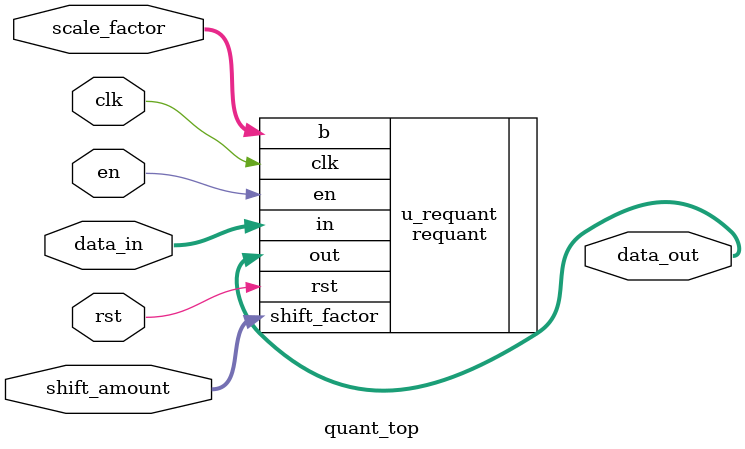
<source format=sv>
module quant_top (
    input  logic clk,
    input  logic rst,
    input  logic en,

    input  logic [31:0] data_in,
    input  logic [31:0] scale_factor,
    input  logic [7:0] shift_amount,

    output logic [7:0] data_out
);

    // Instantiate the requantization module
    requant u_requant (
        .clk          (clk),
        .rst          (rst),
        .en           (en),
        .in           (data_in),
        .b            (scale_factor),
        .shift_factor (shift_amount),
        .out          (data_out)
    );

endmodule

</source>
